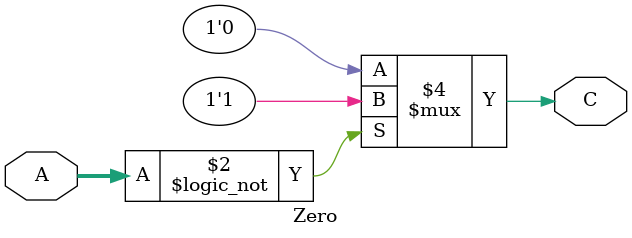
<source format=sv>
`timescale 1ns / 1ps


module Zero(input logic [7:0]A,
            output logic C);
    always_comb begin
        if (A == 8'b00000000)
            C = 1;
        else
            C = 0;
    end
    
endmodule

</source>
